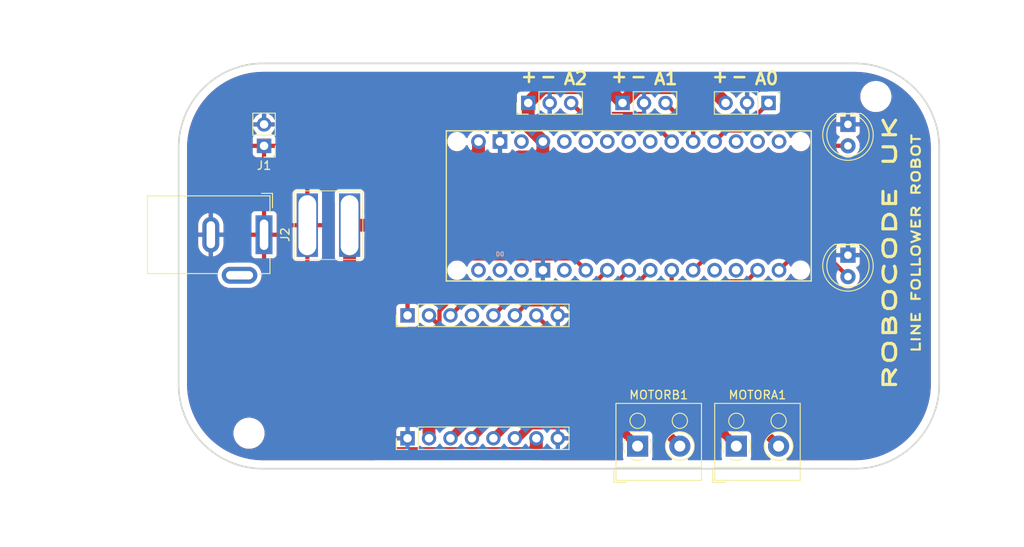
<source format=kicad_pcb>
(kicad_pcb (version 20221018) (generator pcbnew)
  (layers (0 "F.Cu" signal) (31 "B.Cu" signal) (34 "B.Paste" user) (35 "F.Paste" user) (36 "B.SilkS" user "B.Silkscreen") (37 "F.SilkS" user "F.Silkscreen") (38 "B.Mask" user) (39 "F.Mask" user) (44 "Edge.Cuts" user))
  (net 0 "")
  (net 1 "GND")
  (net 2 "LED1")
  (net 3 "LED2")
  (net 4 "Vss")
  (net 5 "5V")
  (net 6 "A1")
  (net 7 "PWMA")
  (net 8 "AIN2")
  (net 9 "AIN1")
  (net 11 "BIN1")
  (net 12 "BIN2")
  (net 13 "PWMB")
  (net 14 "AO1")
  (net 15 "AO2")
  (net 16 "BO1")
  (net 17 "BO2")
  (net 18 "VIN")
  (net 19 "A0")
  (net 20 "A2")
  (footprint "TerminalBlock_RND:TerminalBlock_RND_205-00001_1x02_P5.00mm_Horizontal" (layer "F.Cu") (at 151.384 118.618)
    (fp_text reference "MOTORB1" (at 2.5 -6.06) (layer "F.SilkS"))
    (fp_text value "Screw_Terminal_01x02")
    (fp_line (start -2.8 2.56) (end -2.8 4.3) (stroke (width 0.12)) (layer "F.SilkS"))
    (fp_line (start -2.8 4.3) (end -1.3 4.3) (stroke (width 0.12)) (layer "F.SilkS"))
    (fp_line (start -2.56 -5.06) (end -2.56 4.06) (stroke (width 0.12)) (layer "F.SilkS"))
    (fp_line (start -2.56 -5.06) (end 7.56 -5.06) (stroke (width 0.12)) (layer "F.SilkS"))
    (fp_line (start -2.56 2.5) (end 7.56 2.5) (stroke (width 0.12)) (layer "F.SilkS"))
    (fp_line (start -2.56 4.06) (end 7.56 4.06) (stroke (width 0.12)) (layer "F.SilkS"))
    (fp_line (start 3.82 0.976) (end 3.726 1.069) (stroke (width 0.12)) (layer "F.SilkS"))
    (fp_line (start 3.99 1.216) (end 3.931 1.274) (stroke (width 0.12)) (layer "F.SilkS"))
    (fp_line (start 6.07 -1.275) (end 6.011 -1.216) (stroke (width 0.12)) (layer "F.SilkS"))
    (fp_line (start 6.275 -1.069) (end 6.181 -0.976) (stroke (width 0.12)) (layer "F.SilkS"))
    (fp_line (start 7.56 -5.06) (end 7.56 4.06) (stroke (width 0.12)) (layer "F.SilkS"))
    (fp_arc (start -1.483953 0.789089) (mid -1.680708 0.00005) (end -1.484 -0.789) (stroke (width 0.12)) (layer "F.SilkS"))
    (fp_arc (start -0.789089 -1.483953) (mid -0.00005 -1.680708) (end 0.789 -1.484) (stroke (width 0.12)) (layer "F.SilkS"))
    (fp_arc (start 0.029383 1.68045) (mid -0.392304 1.634281) (end -0.789 1.484) (stroke (width 0.12)) (layer "F.SilkS"))
    (fp_arc (start 0.788712 1.483352) (mid 0.406429 1.630097) (end 0 1.68) (stroke (width 0.12)) (layer "F.SilkS"))
    (fp_arc (start 1.483953 -0.789089) (mid 1.680708 -0.00005) (end 1.484 0.789) (stroke (width 0.12)) (layer "F.SilkS"))
    (fp_circle (center 0 -3) (end 0.9 -3) (stroke (width 0.12)) (fill none) (layer "F.SilkS"))
    (fp_circle (center 5 -3) (end 5.9 -3) (stroke (width 0.12)) (fill none) (layer "F.SilkS"))
    (fp_circle (center 5 0) (end 6.68 0) (stroke (width 0.12)) (fill none) (layer "F.SilkS"))
    (pad "1" thru_hole rect (at 0 0) (size 2.5 2.5) (drill 1.3) (layers "*.Cu" "*.Mask") (net 17 "BO2"))
    (pad "2" thru_hole circle (at 5 0) (size 2.5 2.5) (drill 1.3) (layers "*.Cu" "*.Mask") (net 16 "BO1"))
  )
  (footprint "Connector_PinHeader_2.54mm:PinHeader_1x03_P2.54mm_Vertical" (layer "F.Cu") (at 166.878 77.978 -90)
    (fp_text reference "J6" hide)
    (fp_text value "Sharp")
    (fp_line (start -1.33 -1.33) (end 0 -1.33) (stroke (width 0.12)) (layer "F.SilkS"))
    (fp_line (start -1.33 0) (end -1.33 -1.33) (stroke (width 0.12)) (layer "F.SilkS"))
    (fp_line (start -1.33 1.27) (end -1.33 6.41) (stroke (width 0.12)) (layer "F.SilkS"))
    (fp_line (start -1.33 1.27) (end 1.33 1.27) (stroke (width 0.12)) (layer "F.SilkS"))
    (fp_line (start -1.33 6.41) (end 1.33 6.41) (stroke (width 0.12)) (layer "F.SilkS"))
    (fp_line (start 1.33 1.27) (end 1.33 6.41) (stroke (width 0.12)) (layer "F.SilkS"))
    (pad "1" thru_hole rect (at 0 0 270) (size 1.7 1.7) (drill 1) (layers "*.Cu" "*.Mask") (net 19 "A0"))
    (pad "2" thru_hole oval (at 0 2.54 270) (size 1.7 1.7) (drill 1) (layers "*.Cu" "*.Mask") (net 1 "GND"))
    (pad "3" thru_hole oval (at 0 5.08 270) (size 1.7 1.7) (drill 1) (layers "*.Cu" "*.Mask") (net 5 "5V"))
  )
  (footprint "Connector_PinHeader_2.54mm:PinHeader_1x08_P2.54mm_Vertical" (layer "F.Cu") (at 124.166 117.688 90)
    (fp_text reference "J5" hide)
    (fp_text value "Conn_01x08_Socket")
    (fp_line (start -1.33 -1.33) (end 0 -1.33) (stroke (width 0.12)) (layer "F.SilkS"))
    (fp_line (start -1.33 0) (end -1.33 -1.33) (stroke (width 0.12)) (layer "F.SilkS"))
    (fp_line (start -1.33 1.27) (end -1.33 19.11) (stroke (width 0.12)) (layer "F.SilkS"))
    (fp_line (start -1.33 1.27) (end 1.33 1.27) (stroke (width 0.12)) (layer "F.SilkS"))
    (fp_line (start -1.33 19.11) (end 1.33 19.11) (stroke (width 0.12)) (layer "F.SilkS"))
    (fp_line (start 1.33 1.27) (end 1.33 19.11) (stroke (width 0.12)) (layer "F.SilkS"))
    (pad "1" thru_hole rect (at 0 0 90) (size 1.7 1.7) (drill 1) (layers "*.Cu" "*.Mask") (net 1 "GND"))
    (pad "2" thru_hole oval (at 0 2.54 90) (size 1.7 1.7) (drill 1) (layers "*.Cu" "*.Mask") (net 5 "5V"))
    (pad "3" thru_hole oval (at 0 5.08 90) (size 1.7 1.7) (drill 1) (layers "*.Cu" "*.Mask") (net 14 "AO1"))
    (pad "4" thru_hole oval (at 0 7.62 90) (size 1.7 1.7) (drill 1) (layers "*.Cu" "*.Mask") (net 15 "AO2"))
    (pad "5" thru_hole oval (at 0 10.16 90) (size 1.7 1.7) (drill 1) (layers "*.Cu" "*.Mask") (net 16 "BO1"))
    (pad "6" thru_hole oval (at 0 12.7 90) (size 1.7 1.7) (drill 1) (layers "*.Cu" "*.Mask") (net 17 "BO2"))
    (pad "7" thru_hole oval (at 0 15.24 90) (size 1.7 1.7) (drill 1) (layers "*.Cu" "*.Mask") (net 18 "VIN"))
    (pad "8" thru_hole oval (at 0 17.78 90) (size 1.7 1.7) (drill 1) (layers "*.Cu" "*.Mask") (net 1 "GND"))
  )
  (footprint "Rocker_Switch:Rocker_Switch" (layer "F.Cu") (at 114.808 92.456)
    (fp_text reference "SW1" hide)
    (fp_text value "SW_DIP_x01")
    (fp_rect (start -4.064 -4.064) (end 4.064 4.064) (stroke (width 0.1)) (fill none) (layer "F.SilkS"))
    (pad "1" thru_hole rect (at -2.5 0) (size 2.5 7.5) (drill oval 2.1 7.1) (layers "*.Cu" "*.Mask") (net 4 "Vss"))
    (pad "2" thru_hole rect (at 2.5 0) (size 2.5 7.5) (drill oval 2.1 7.1) (layers "*.Cu" "*.Mask") (net 18 "VIN"))
  )
  (footprint "" (layer "F.Cu") (at 179.578 77.216)
    (fp_text reference "" (at 0 0) (layer "F.SilkS") (effects (font (size 1.27 1.27))))
    (fp_text value "" (at 0 0) (layer "F.SilkS") (effects (font (size 1.27 1.27))))
    (pad "" np_thru_hole circle (at 0 0) (size 3.2 3.2) (drill 3.2) (layers "F&B.Cu" "*.Mask"))
  )
  (footprint "Connector_PinHeader_2.54mm:PinHeader_1x03_P2.54mm_Vertical" (layer "F.Cu") (at 149.606 77.978 90)
    (fp_text reference "J3" hide)
    (fp_text value "Sharp")
    (fp_line (start -1.33 -1.33) (end 0 -1.33) (stroke (width 0.12)) (layer "F.SilkS"))
    (fp_line (start -1.33 0) (end -1.33 -1.33) (stroke (width 0.12)) (layer "F.SilkS"))
    (fp_line (start -1.33 1.27) (end -1.33 6.41) (stroke (width 0.12)) (layer "F.SilkS"))
    (fp_line (start -1.33 1.27) (end 1.33 1.27) (stroke (width 0.12)) (layer "F.SilkS"))
    (fp_line (start -1.33 6.41) (end 1.33 6.41) (stroke (width 0.12)) (layer "F.SilkS"))
    (fp_line (start 1.33 1.27) (end 1.33 6.41) (stroke (width 0.12)) (layer "F.SilkS"))
    (pad "1" thru_hole rect (at 0 0 90) (size 1.7 1.7) (drill 1) (layers "*.Cu" "*.Mask") (net 5 "5V"))
    (pad "2" thru_hole oval (at 0 2.54 90) (size 1.7 1.7) (drill 1) (layers "*.Cu" "*.Mask") (net 1 "GND"))
    (pad "3" thru_hole oval (at 0 5.08 90) (size 1.7 1.7) (drill 1) (layers "*.Cu" "*.Mask") (net 6 "A1"))
  )
  (footprint "LED_THT:LED_D5.0mm" (layer "F.Cu") (at 176.276 80.513 -90)
    (fp_text reference "D7" hide)
    (fp_text value "LED")
    (fp_line (start -1.29 -1.545) (end -1.29 1.545) (stroke (width 0.12)) (layer "F.SilkS"))
    (fp_arc (start -1.29 -1.54483) (mid 2.072002 -2.880433) (end 4.26 0.000462) (stroke (width 0.12)) (layer "F.SilkS"))
    (fp_arc (start 4.26 -0.000462) (mid 2.072002 2.880433) (end -1.29 1.54483) (stroke (width 0.12)) (layer "F.SilkS"))
    (fp_circle (center 1.27 0) (end 3.77 0) (stroke (width 0.12)) (fill none) (layer "F.SilkS"))
    (pad "1" thru_hole rect (at 0 0 270) (size 1.8 1.8) (drill 0.9) (layers "*.Cu" "*.Mask") (net 1 "GND"))
    (pad "2" thru_hole circle (at 2.54 0 270) (size 1.8 1.8) (drill 0.9) (layers "*.Cu" "*.Mask") (net 2 "LED1"))
  )
  (footprint "Connector_BarrelJack:BarrelJack_GCT_DCJ200-10-A_Horizontal" (layer "F.Cu") (at 107.188 93.584 -90)
    (fp_text reference "J2" (at 0 -2.5 90) (layer "F.SilkS"))
    (fp_text value "Barrel_Jack_MountingPin")
    (fp_line (start -4.9 -1) (end -4.9 0.3) (stroke (width 0.12)) (layer "F.SilkS"))
    (fp_line (start -4.6 -0.7) (end -2.6 -0.7) (stroke (width 0.12)) (layer "F.SilkS"))
    (fp_line (start -4.6 13.8) (end -4.6 -0.7) (stroke (width 0.12)) (layer "F.SilkS"))
    (fp_line (start -3.2 -1) (end -4.9 -1) (stroke (width 0.12)) (layer "F.SilkS"))
    (fp_line (start 2.6 -0.7) (end 4.6 -0.7) (stroke (width 0.12)) (layer "F.SilkS"))
    (fp_line (start 4.6 -0.7) (end 4.6 0.6) (stroke (width 0.12)) (layer "F.SilkS"))
    (fp_line (start 4.6 5.2) (end 4.6 13.8) (stroke (width 0.12)) (layer "F.SilkS"))
    (fp_line (start 4.6 13.8) (end -4.6 13.8) (stroke (width 0.12)) (layer "F.SilkS"))
    (pad "1" thru_hole rect (at 0 0 270) (size 4.6 2) (drill oval 3.6 1) (layers "*.Cu" "*.Mask") (net 4 "Vss"))
    (pad "2" thru_hole oval (at 0 6.3 270) (size 4.2 2) (drill oval 3.2 1) (layers "*.Cu" "*.Mask") (net 1 "GND"))
    (pad "3" thru_hole oval (at 4.8 2.9 270) (size 2 4.2) (drill oval 1 3.2) (layers "*.Cu" "*.Mask"))
  )
  (footprint "Connector_PinHeader_2.54mm:PinHeader_1x02_P2.54mm_Vertical" (layer "F.Cu") (at 107.188 83.058 180)
    (fp_text reference "J1" (at 0 -2.33) (layer "F.SilkS"))
    (fp_text value "Conn_01x02_Pin")
    (fp_line (start -1.33 -1.33) (end 0 -1.33) (stroke (width 0.12)) (layer "F.SilkS"))
    (fp_line (start -1.33 0) (end -1.33 -1.33) (stroke (width 0.12)) (layer "F.SilkS"))
    (fp_line (start -1.33 1.27) (end -1.33 3.87) (stroke (width 0.12)) (layer "F.SilkS"))
    (fp_line (start -1.33 1.27) (end 1.33 1.27) (stroke (width 0.12)) (layer "F.SilkS"))
    (fp_line (start -1.33 3.87) (end 1.33 3.87) (stroke (width 0.12)) (layer "F.SilkS"))
    (fp_line (start 1.33 1.27) (end 1.33 3.87) (stroke (width 0.12)) (layer "F.SilkS"))
    (pad "1" thru_hole rect (at 0 0 180) (size 1.7 1.7) (drill 1) (layers "*.Cu" "*.Mask") (net 4 "Vss"))
    (pad "2" thru_hole oval (at 0 2.54 180) (size 1.7 1.7) (drill 1) (layers "*.Cu" "*.Mask") (net 1 "GND"))
  )
  (footprint "Connector_PinHeader_2.54mm:PinHeader_1x08_P2.54mm_Vertical" (layer "F.Cu") (at 124.166 103.132 90)
    (fp_text reference "J4" hide)
    (fp_text value "Conn_01x08_Socket")
    (fp_line (start -1.33 -1.33) (end 0 -1.33) (stroke (width 0.12)) (layer "F.SilkS"))
    (fp_line (start -1.33 0) (end -1.33 -1.33) (stroke (width 0.12)) (layer "F.SilkS"))
    (fp_line (start -1.33 1.27) (end -1.33 19.11) (stroke (width 0.12)) (layer "F.SilkS"))
    (fp_line (start -1.33 1.27) (end 1.33 1.27) (stroke (width 0.12)) (layer "F.SilkS"))
    (fp_line (start -1.33 19.11) (end 1.33 19.11) (stroke (width 0.12)) (layer "F.SilkS"))
    (fp_line (start 1.33 1.27) (end 1.33 19.11) (stroke (width 0.12)) (layer "F.SilkS"))
    (pad "1" thru_hole rect (at 0 0 90) (size 1.7 1.7) (drill 1) (layers "*.Cu" "*.Mask") (net 7 "PWMA"))
    (pad "2" thru_hole oval (at 0 2.54 90) (size 1.7 1.7) (drill 1) (layers "*.Cu" "*.Mask") (net 8 "AIN2"))
    (pad "3" thru_hole oval (at 0 5.08 90) (size 1.7 1.7) (drill 1) (layers "*.Cu" "*.Mask") (net 9 "AIN1"))
    (pad "4" thru_hole oval (at 0 7.62 90) (size 1.7 1.7) (drill 1) (layers "*.Cu" "*.Mask"))
    (pad "5" thru_hole oval (at 0 10.16 90) (size 1.7 1.7) (drill 1) (layers "*.Cu" "*.Mask") (net 11 "BIN1"))
    (pad "6" thru_hole oval (at 0 12.7 90) (size 1.7 1.7) (drill 1) (layers "*.Cu" "*.Mask") (net 12 "BIN2"))
    (pad "7" thru_hole oval (at 0 15.24 90) (size 1.7 1.7) (drill 1) (layers "*.Cu" "*.Mask") (net 13 "PWMB"))
    (pad "8" thru_hole oval (at 0 17.78 90) (size 1.7 1.7) (drill 1) (layers "*.Cu" "*.Mask") (net 1 "GND"))
  )
  (footprint "LOGO" (layer "F.Cu") (at 108.712 107.442)
    (fp_text reference "G***" hide)
    (fp_text value "LOGO" hide)
  )
  (footprint "Connector_PinHeader_2.54mm:PinHeader_1x03_P2.54mm_Vertical" (layer "F.Cu") (at 138.445 77.978 90)
    (fp_text reference "J7" hide)
    (fp_text value "Sharp")
    (fp_line (start -1.33 -1.33) (end 0 -1.33) (stroke (width 0.12)) (layer "F.SilkS"))
    (fp_line (start -1.33 0) (end -1.33 -1.33) (stroke (width 0.12)) (layer "F.SilkS"))
    (fp_line (start -1.33 1.27) (end -1.33 6.41) (stroke (width 0.12)) (layer "F.SilkS"))
    (fp_line (start -1.33 1.27) (end 1.33 1.27) (stroke (width 0.12)) (layer "F.SilkS"))
    (fp_line (start -1.33 6.41) (end 1.33 6.41) (stroke (width 0.12)) (layer "F.SilkS"))
    (fp_line (start 1.33 1.27) (end 1.33 6.41) (stroke (width 0.12)) (layer "F.SilkS"))
    (pad "1" thru_hole rect (at 0 0 90) (size 1.7 1.7) (drill 1) (layers "*.Cu" "*.Mask") (net 5 "5V"))
    (pad "2" thru_hole oval (at 0 2.54 90) (size 1.7 1.7) (drill 1) (layers "*.Cu" "*.Mask") (net 1 "GND"))
    (pad "3" thru_hole oval (at 0 5.08 90) (size 1.7 1.7) (drill 1) (layers "*.Cu" "*.Mask") (net 20 "A2"))
  )
  (footprint "TerminalBlock_RND:TerminalBlock_RND_205-00001_1x02_P5.00mm_Horizontal" (layer "F.Cu") (at 163.068 118.618)
    (fp_text reference "MOTORA1" (at 2.5 -6.06) (layer "F.SilkS"))
    (fp_text value "Screw_Terminal_01x02")
    (fp_line (start -2.8 2.56) (end -2.8 4.3) (stroke (width 0.12)) (layer "F.SilkS"))
    (fp_line (start -2.8 4.3) (end -1.3 4.3) (stroke (width 0.12)) (layer "F.SilkS"))
    (fp_line (start -2.56 -5.06) (end -2.56 4.06) (stroke (width 0.12)) (layer "F.SilkS"))
    (fp_line (start -2.56 -5.06) (end 7.56 -5.06) (stroke (width 0.12)) (layer "F.SilkS"))
    (fp_line (start -2.56 2.5) (end 7.56 2.5) (stroke (width 0.12)) (layer "F.SilkS"))
    (fp_line (start -2.56 4.06) (end 7.56 4.06) (stroke (width 0.12)) (layer "F.SilkS"))
    (fp_line (start 3.82 0.976) (end 3.726 1.069) (stroke (width 0.12)) (layer "F.SilkS"))
    (fp_line (start 3.99 1.216) (end 3.931 1.274) (stroke (width 0.12)) (layer "F.SilkS"))
    (fp_line (start 6.07 -1.275) (end 6.011 -1.216) (stroke (width 0.12)) (layer "F.SilkS"))
    (fp_line (start 6.275 -1.069) (end 6.181 -0.976) (stroke (width 0.12)) (layer "F.SilkS"))
    (fp_line (start 7.56 -5.06) (end 7.56 4.06) (stroke (width 0.12)) (layer "F.SilkS"))
    (fp_arc (start -1.483953 0.789089) (mid -1.680708 0.00005) (end -1.484 -0.789) (stroke (width 0.12)) (layer "F.SilkS"))
    (fp_arc (start -0.789089 -1.483953) (mid -0.00005 -1.680708) (end 0.789 -1.484) (stroke (width 0.12)) (layer "F.SilkS"))
    (fp_arc (start 0.029383 1.68045) (mid -0.392304 1.634281) (end -0.789 1.484) (stroke (width 0.12)) (layer "F.SilkS"))
    (fp_arc (start 0.788712 1.483352) (mid 0.406429 1.630097) (end 0 1.68) (stroke (width 0.12)) (layer "F.SilkS"))
    (fp_arc (start 1.483953 -0.789089) (mid 1.680708 -0.00005) (end 1.484 0.789) (stroke (width 0.12)) (layer "F.SilkS"))
    (fp_circle (center 0 -3) (end 0.9 -3) (stroke (width 0.12)) (fill none) (layer "F.SilkS"))
    (fp_circle (center 5 -3) (end 5.9 -3) (stroke (width 0.12)) (fill none) (layer "F.SilkS"))
    (fp_circle (center 5 0) (end 6.68 0) (stroke (width 0.12)) (fill none) (layer "F.SilkS"))
    (pad "1" thru_hole rect (at 0 0) (size 2.5 2.5) (drill 1.3) (layers "*.Cu" "*.Mask") (net 15 "AO2"))
    (pad "2" thru_hole circle (at 5 0) (size 2.5 2.5) (drill 1.3) (layers "*.Cu" "*.Mask") (net 14 "AO1"))
  )
  (footprint "LED_THT:LED_D5.0mm" (layer "F.Cu") (at 176.276 96.007 -90)
    (fp_text reference "D8" hide)
    (fp_text value "LED")
    (fp_line (start -1.29 -1.545) (end -1.29 1.545) (stroke (width 0.12)) (layer "F.SilkS"))
    (fp_arc (start -1.29 -1.54483) (mid 2.072002 -2.880433) (end 4.26 0.000462) (stroke (width 0.12)) (layer "F.SilkS"))
    (fp_arc (start 4.26 -0.000462) (mid 2.072002 2.880433) (end -1.29 1.54483) (stroke (width 0.12)) (layer "F.SilkS"))
    (fp_circle (center 1.27 0) (end 3.77 0) (stroke (width 0.12)) (fill none) (layer "F.SilkS"))
    (pad "1" thru_hole rect (at 0 0 270) (size 1.8 1.8) (drill 0.9) (layers "*.Cu" "*.Mask") (net 1 "GND"))
    (pad "2" thru_hole circle (at 2.54 0 270) (size 1.8 1.8) (drill 0.9) (layers "*.Cu" "*.Mask") (net 3 "LED2"))
  )
  (footprint "" (layer "F.Cu") (at 105.41 117.094)
    (fp_text reference "" (at 0 0) (layer "F.SilkS") (effects (font (size 1.27 1.27))))
    (fp_text value "" (at 0 0) (layer "F.SilkS") (effects (font (size 1.27 1.27))))
    (pad "" np_thru_hole circle (at 0 0) (size 3.2 3.2) (drill 3.2) (layers "F&B.Cu" "*.Mask"))
  )
  (footprint "PCM_arduino-library:Arduino_Nano_Socket" (layer "F.Cu") (at 171.9305 90.17 90)
    (fp_text reference "XA1" hide)
    (fp_text value "Arduino_Nano_Socket")
    (fp_text user "D0" (at -5.715 -36.83 unlocked) (layer "B.SilkS") (effects (font (size 0.5 0.5) (thickness 0.075)) (justify mirror)))
    (fp_text user "D0" (at -5.715 -36.83 unlocked) (layer "F.SilkS") (effects (font (size 0.5 0.5) (thickness 0.075))))
    (fp_line (start -8.89 -43.18) (end -8.89 0) (stroke (width 0.15)) (layer "F.SilkS"))
    (fp_line (start -8.89 -43.18) (end 8.89 -43.18) (stroke (width 0.15)) (layer "F.SilkS"))
    (fp_line (start -8.89 0) (end 8.89 0) (stroke (width 0.15)) (layer "F.SilkS"))
    (fp_line (start 8.89 -43.18) (end 8.89 0) (stroke (width 0.15)) (layer "F.SilkS"))
    (pad "" np_thru_hole circle (at -7.62 -41.91 90) (size 1.8 1.8) (drill 1.8) (layers "F&B.Cu" "*.Mask"))
    (pad "" np_thru_hole circle (at -7.62 -1.27 90) (size 1.8 1.8) (drill 1.8) (layers "F&B.Cu" "*.Mask"))
    (pad "" np_thru_hole circle (at 7.62 -41.91 90) (size 1.8 1.8) (drill 1.8) (layers "F&B.Cu" "*.Mask"))
    (pad "" np_thru_hole circle (at 7.62 -1.27 90) (size 1.8 1.8) (drill 1.8) (layers "F&B.Cu" "*.Mask"))
    (pad "3V3" thru_hole circle (at 7.62 -6.35 90) (size 1.7272 1.7272) (drill 1.016) (layers "*.Cu" "*.Mask"))
    (pad "5V" thru_hole circle (at 7.62 -31.75 90) (size 1.7272 1.7272) (drill 1.016) (layers "*.Cu" "*.Mask") (net 5 "5V"))
    (pad "A0" thru_hole circle (at 7.62 -11.43 90) (size 1.7272 1.7272) (drill 1.016) (layers "*.Cu" "*.Mask") (net 19 "A0"))
    (pad "A1" thru_hole circle (at 7.62 -13.97 90) (size 1.7272 1.7272) (drill 1.016) (layers "*.Cu" "*.Mask") (net 6 "A1"))
    (pad "A2" thru_hole circle (at 7.62 -16.51 90) (size 1.7272 1.7272) (drill 1.016) (layers "*.Cu" "*.Mask") (net 20 "A2"))
    (pad "A3" thru_hole circle (at 7.62 -19.05 90) (size 1.7272 1.7272) (drill 1.016) (layers "*.Cu" "*.Mask"))
    (pad "A4" thru_hole circle (at 7.62 -21.59 90) (size 1.7272 1.7272) (drill 1.016) (layers "*.Cu" "*.Mask"))
    (pad "A5" thru_hole circle (at 7.62 -24.13 90) (size 1.7272 1.7272) (drill 1.016) (layers "*.Cu" "*.Mask"))
    (pad "A6" thru_hole circle (at 7.62 -26.67 90) (size 1.7272 1.7272) (drill 1.016) (layers "*.Cu" "*.Mask"))
    (pad "A7" thru_hole circle (at 7.62 -29.21 90) (size 1.7272 1.7272) (drill 1.016) (layers "*.Cu" "*.Mask"))
    (pad "AREF" thru_hole circle (at 7.62 -8.89 90) (size 1.7272 1.7272) (drill 1.016) (layers "*.Cu" "*.Mask"))
    (pad "D0" thru_hole circle (at -7.62 -36.83 90) (size 1.7272 1.7272) (drill 1.016) (layers "*.Cu" "*.Mask"))
    (pad "D1" thru_hole circle (at -7.62 -39.37 90) (size 1.7272 1.7272) (drill 1.016) (layers "*.Cu" "*.Mask"))
    (pad "D2" thru_hole circle (at -7.62 -29.21 90) (size 1.7272 1.7272) (drill 1.016) (layers "*.Cu" "*.Mask"))
    (pad "D3" thru_hole circle (at -7.62 -26.67 90) (size 1.7272 1.7272) (drill 1.016) (layers "*.Cu" "*.Mask") (net 7 "PWMA"))
    (pad "D4" thru_hole circle (at -7.62 -24.13 90) (size 1.7272 1.7272) (drill 1.016) (layers "*.Cu" "*.Mask") (net 8 "AIN2"))
    (pad "D5" thru_hole circle (at -7.62 -21.59 90) (size 1.7272 1.7272) (drill 1.016) (layers "*.Cu" "*.Mask") (net 9 "AIN1"))
    (pad "D6" thru_hole circle (at -7.62 -19.05 90) (size 1.7272 1.7272) (drill 1.016) (layers "*.Cu" "*.Mask") (net 11 "BIN1"))
    (pad "D7" thru_hole circle (at -7.62 -16.51 90) (size 1.7272 1.7272) (drill 1.016) (layers "*.Cu" "*.Mask") (net 12 "BIN2"))
    (pad "D8" thru_hole circle (at -7.62 -13.97 90) (size 1.7272 1.7272) (drill 1.016) (layers "*.Cu" "*.Mask") (net 2 "LED1"))
    (pad "D9" thru_hole circle (at -7.62 -11.43 90) (size 1.7272 1.7272) (drill 1.016) (layers "*.Cu" "*.Mask"))
    (pad "D10" thru_hole circle (at -7.62 -8.89 90) (size 1.7272 1.7272) (drill 1.016) (layers "*.Cu" "*.Mask"))
    (pad "D11" thru_hole circle (at -7.62 -6.35 90) (size 1.7272 1.7272) (drill 1.016) (layers "*.Cu" "*.Mask") (net 13 "PWMB"))
    (pad "D12" thru_hole circle (at -7.62 -3.81 90) (size 1.7272 1.7272) (drill 1.016) (layers "*.Cu" "*.Mask") (net 3 "LED2"))
    (pad "D13" thru_hole circle (at 7.62 -3.81 90) (size 1.7272 1.7272) (drill 1.016) (layers "*.Cu" "*.Mask"))
    (pad "GND1" thru_hole rect (at -7.62 -31.75 90) (size 1.7272 1.7272) (drill 1.016) (layers "*.Cu" "*.Mask") (net 1 "GND"))
    (pad "GND2" thru_hole rect (at 7.62 -36.83 90) (size 1.7272 1.7272) (drill 1.016) (layers "*.Cu" "*.Mask") (net 1 "GND"))
    (pad "RST1" thru_hole circle (at -7.62 -34.29 90) (size 1.7272 1.7272) (drill 1.016) (layers "*.Cu" "*.Mask"))
    (pad "RST2" thru_hole circle (at 7.62 -34.29 90) (size 1.7272 1.7272) (drill 1.016) (layers "*.Cu" "*.Mask"))
    (pad "VIN" thru_hole circle (at 7.62 -39.37 90) (size 1.7272 1.7272) (drill 1.016) (layers "*.Cu" "*.Mask") (net 18 "VIN"))
  )
  (gr_arc (start 107.078932 121.292932) (mid 100.007864 118.364) (end 97.078932 111.292932) (stroke (width 0.2)) (layer "Edge.Cuts"))
  (gr_arc (start 177.078932 73.292932) (mid 184.15 76.221864) (end 187.078932 83.292932) (stroke (width 0.2)) (layer "Edge.Cuts"))
  (gr_line (start 107.078932 121.292932) (end 177.078932 121.292932) (stroke (width 0.2)) (layer "Edge.Cuts"))
  (gr_line (start 187.078932 111.292932) (end 187.078932 83.292932) (stroke (width 0.2)) (layer "Edge.Cuts"))
  (gr_line (start 177.078932 73.292932) (end 107.078932 73.292932) (stroke (width 0.2)) (layer "Edge.Cuts"))
  (gr_line (start 97.078932 83.292932) (end 97.078932 111.292932) (stroke (width 0.2)) (layer "Edge.Cuts"))
  (gr_arc (start 187.078932 111.292932) (mid 184.15 118.364) (end 177.078932 121.292932) (stroke (width 0.2)) (layer "Edge.Cuts"))
  (gr_arc (start 97.078932 83.292932) (mid 100.007864 76.221864) (end 107.078932 73.292932) (stroke (width 0.2)) (layer "Edge.Cuts"))
  (gr_text "-\n" (at 150.368 75.692) (layer "F.SilkS") (effects (font (size 1.5 1.5) (thickness 0.3) bold) (justify left bottom)))
  (gr_text "A0\n" (at 165.1 75.946) (layer "F.SilkS") (effects (font (size 1.5 1.5) (thickness 0.3) bold) (justify left bottom)))
  (gr_text "ROBOCODE UK" (at 182.118 112.273677 90) (layer "F.SilkS") (effects (font (size 1.5 3) (thickness 0.375) bold) (justify left bottom)))
  (gr_text "+" (at 160.02 75.692) (layer "F.SilkS") (effects (font (size 1.5 1.5) (thickness 0.3) bold) (justify left bottom)))
  (gr_text "-\n" (at 139.7 75.692) (layer "F.SilkS") (effects (font (size 1.5 1.5) (thickness 0.3) bold) (justify left bottom)))
  (gr_text "+" (at 148.082 75.692) (layer "F.SilkS") (effects (font (size 1.5 1.5) (thickness 0.3) bold) (justify left bottom)))
  (gr_text "-\n" (at 162.306 75.692) (layer "F.SilkS") (effects (font (size 1.5 1.5) (thickness 0.3) bold) (justify left bottom)))
  (gr_text "+" (at 137.414 75.692) (layer "F.SilkS") (effects (font (size 1.5 1.5) (thickness 0.3) bold) (justify left bottom)))
  (gr_text "A2\n" (at 142.494 75.946) (layer "F.SilkS") (effects (font (size 1.5 1.5) (thickness 0.3) bold) (justify left bottom)))
  (gr_text "A1\n" (at 153.162 75.946) (layer "F.SilkS") (effects (font (size 1.5 1.5) (thickness 0.3) bold) (justify left bottom)))
  (gr_text "LINE FOLLOWER ROBOT\n" (at 184.912 107.696 90) (layer "F.SilkS") (effects (font (size 1 1.5) (thickness 0.25) bold) (justify left bottom)))
  (segment (start 157.9605 97.79) (end 172.6975 83.053) (width 0.508) (layer "F.Cu") (net 2))
  (segment (start 172.6975 83.053) (end 176.276 83.053) (width 0.508) (layer "F.Cu") (net 2))
  (segment (start 168.1205 97.79) (end 169.6445 96.266) (width 0.508) (layer "F.Cu") (net 3))
  (segment (start 173.995 96.266) (end 176.276 98.547) (width 0.508) (layer "F.Cu") (net 3))
  (segment (start 169.6445 96.266) (end 173.995 96.266) (width 0.508) (layer "F.Cu") (net 3))
  (segment (start 126.706 117.688) (end 126.706 114.768) (width 1.524) (layer "F.Cu") (net 5))
  (segment (start 120.904 108.966) (end 120.904 100.838) (width 1.524) (layer "F.Cu") (net 5))
  (segment (start 140.1805 83.771314) (end 140.1805 82.55) (width 1.524) (layer "F.Cu") (net 5))
  (segment (start 140.234445 76.166) (end 138.445 77.955445) (width 1.524) (layer "F.Cu") (net 5))
  (segment (start 138.445 80.772711) (end 138.445 77.978) (width 1.524) (layer "F.Cu") (net 5))
  (segment (start 137.3664 84.3756) (end 139.576214 84.3756) (width 1.524) (layer "F.Cu") (net 5))
  (segment (start 161.798 77.978) (end 159.986 76.166) (width 1.524) (layer "F.Cu") (net 5))
  (segment (start 140.1805 82.508211) (end 138.445 80.772711) (width 1.524) (layer "F.Cu") (net 5))
  (segment (start 126.706 114.768) (end 120.904 108.966) (width 1.524) (layer "F.Cu") (net 5))
  (segment (start 138.445 77.955445) (end 138.445 77.978) (width 1.524) (layer "F.Cu") (net 5))
  (segment (start 140.1805 82.55) (end 140.1805 82.508211) (width 1.524) (layer "F.Cu") (net 5))
  (segment (start 120.904 100.838) (end 137.3664 84.3756) (width 1.524) (layer "F.Cu") (net 5))
  (segment (start 147.794 76.166) (end 140.234445 76.166) (width 1.524) (layer "F.Cu") (net 5))
  (segment (start 159.986 76.166) (end 151.395445 76.166) (width 1.524) (layer "F.Cu") (net 5))
  (segment (start 151.395445 76.166) (end 149.606 77.955445) (width 1.524) (layer "F.Cu") (net 5))
  (segment (start 149.606 77.978) (end 147.794 76.166) (width 1.524) (layer "F.Cu") (net 5))
  (segment (start 139.576214 84.3756) (end 140.1805 83.771314) (width 1.524) (layer "F.Cu") (net 5))
  (segment (start 149.606 77.955445) (end 149.606 77.978) (width 1.524) (layer "F.Cu") (net 5))
  (segment (start 157.9605 82.55) (end 157.9605 81.2525) (width 0.508) (layer "F.Cu") (net 6))
  (segment (start 157.9605 81.2525) (end 154.686 77.978) (width 0.508) (layer "F.Cu") (net 6))
  (segment (start 124.166 101.658944) (end 129.438944 96.386) (width 0.508) (layer "F.Cu") (net 7))
  (segment (start 143.8565 96.386) (end 145.2605 97.79) (width 0.508) (layer "F.Cu") (net 7))
  (segment (start 129.438944 96.386) (end 143.8565 96.386) (width 0.508) (layer "F.Cu") (net 7))
  (segment (start 124.166 103.132) (end 124.166 101.658944) (width 0.508) (layer "F.Cu") (net 7))
  (segment (start 127.942 104.368) (end 127.942 102.591865) (width 0.508) (layer "F.Cu") (net 8))
  (segment (start 130.911865 99.622) (end 145.9685 99.622) (width 0.508) (layer "F.Cu") (net 8))
  (segment (start 126.706 103.132) (end 127.942 104.368) (width 0.508) (layer "F.Cu") (net 8))
  (segment (start 127.942 102.591865) (end 130.911865 99.622) (width 0.508) (layer "F.Cu") (net 8))
  (segment (start 145.9685 99.622) (end 147.8005 97.79) (width 0.508) (layer "F.Cu") (net 8))
  (segment (start 129.246 103.132) (end 132.048 100.33) (width 0.508) (layer "F.Cu") (net 9))
  (segment (start 148.336 100.33) (end 148.336 99.7945) (width 0.508) (layer "F.Cu") (net 9))
  (segment (start 148.336 99.7945) (end 150.3405 97.79) (width 0.508) (layer "F.Cu") (net 9))
  (segment (start 132.048 100.33) (end 148.336 100.33) (width 0.508) (layer "F.Cu") (net 9))
  (segment (start 150.368 100.3025) (end 152.8805 97.79) (width 0.508) (layer "F.Cu") (net 11))
  (segment (start 150.368 101.092) (end 150.368 100.3025) (width 0.508) (layer "F.Cu") (net 11))
  (segment (start 134.326 103.132) (end 136.366 101.092) (width 0.508) (layer "F.Cu") (net 11))
  (segment (start 136.366 101.092) (end 150.368 101.092) (width 0.508) (layer "F.Cu") (net 11))
  (segment (start 155.4205 99.0875) (end 155.4205 97.79) (width 0.508) (layer "F.Cu") (net 12))
  (segment (start 152.654 101.854) (end 155.4205 99.0875) (width 0.508) (layer "F.Cu") (net 12))
  (segment (start 152.628 101.828) (end 152.654 101.854) (width 0.508) (layer "F.Cu") (net 12))
  (segment (start 138.17 101.828) (end 152.628 101.828) (width 0.508) (layer "F.Cu") (net 12))
  (segment (start 136.866 103.132) (end 138.17 101.828) (width 0.508) (layer "F.Cu") (net 12))
  (segment (start 164.2629 99.1076) (end 165.5805 97.79) (width 0.508) (layer "F.Cu") (net 13))
  (segment (start 161.4964 99.1076) (end 164.2629 99.1076) (width 0.508) (layer "F.Cu") (net 13))
  (segment (start 155.956 104.648) (end 161.4964 99.1076) (width 0.508) (layer "F.Cu") (net 13))
  (segment (start 139.406 103.132) (end 140.922 104.648) (width 0.508) (layer "F.Cu") (net 13))
  (segment (start 140.922 104.648) (end 155.956 104.648) (width 0.508) (layer "F.Cu") (net 13))
  (segment (start 135.574 111.36) (end 160.81 111.36) (width 1.016) (layer "F.Cu") (net 14))
  (segment (start 129.246 117.688) (end 135.574 111.36) (width 1.016) (layer "F.Cu") (net 14))
  (segment (start 160.81 111.36) (end 168.068 118.618) (width 1.016) (layer "F.Cu") (net 14))
  (segment (start 131.786 117.688) (end 136.898 112.576) (width 1.016) (layer "F.Cu") (net 15))
  (segment (start 157.026 112.576) (end 163.068 118.618) (width 1.016) (layer "F.Cu") (net 15))
  (segment (start 136.898 112.576) (end 157.026 112.576) (width 1.016) (layer "F.Cu") (net 15))
  (segment (start 138.222 113.792) (end 151.638 113.792) (width 1.016) (layer "F.Cu") (net 16))
  (segment (start 151.638 113.792) (end 151.638 113.872) (width 1.016) (layer "F.Cu") (net 16))
  (segment (start 134.326 117.688) (end 138.222 113.792) (width 1.016) (layer "F.Cu") (net 16))
  (segment (start 151.638 113.872) (end 156.384 118.618) (width 1.016) (layer "F.Cu") (net 16))
  (segment (start 138.760655 116.13) (end 148.896 116.13) (width 1.016) (layer "F.Cu") (net 17))
  (segment (start 137.202655 117.688) (end 138.760655 116.13) (width 1.016) (layer "F.Cu") (net 17))
  (segment (start 136.866 117.688) (end 137.202655 117.688) (width 1.016) (layer "F.Cu") (net 17))
  (segment (start 148.896 116.13) (end 151.384 118.618) (width 1.016) (layer "F.Cu") (net 17))
  (segment (start 139.406 118.890081) (end 138.796081 119.5) (width 1.524) (layer "F.Cu") (net 18))
  (segment (start 121.532 119.5) (end 117.308 115.276) (width 1.524) (layer "F.Cu") (net 18))
  (segment (start 132.5605 83.771314) (end 132.5605 82.55) (width 1.524) (layer "F.Cu") (net 18))
  (segment (start 123.875814 92.456) (end 132.5605 83.771314) (width 1.524) (layer "F.Cu") (net 18))
  (segment (start 139.406 117.688) (end 139.406 118.890081) (width 1.524) (layer "F.Cu") (net 18))
  (segment (start 138.796081 119.5) (end 121.532 119.5) (width 1.524) (layer "F.Cu") (net 18))
  (segment (start 117.308 92.456) (end 123.875814 92.456) (width 1.524) (layer "F.Cu") (net 18))
  (segment (start 117.308 115.276) (end 117.308 92.456) (width 1.524) (layer "F.Cu") (net 18))
  (segment (start 163.6236 81.2324) (end 166.878 77.978) (width 0.508) (layer "F.Cu") (net 19))
  (segment (start 160.5005 82.55) (end 161.8181 81.2324) (width 0.508) (layer "F.Cu") (net 19))
  (segment (start 161.8181 81.2324) (end 163.6236 81.2324) (width 0.508) (layer "F.Cu") (net 19))
  (segment (start 152.1525 79.282) (end 144.829 79.282) (width 0.508) (layer "F.Cu") (net 20))
  (segment (start 144.829 79.282) (end 143.525 77.978) (width 0.508) (layer "F.Cu") (net 20))
  (segment (start 155.4205 82.55) (end 152.1525 79.282) (width 0.508) (layer "F.Cu") (net 20))
  (zone (net 4) (net_name "Vss") (layer "F.Cu") (priority 1) (connect_pads (clearance 0.5)) (min_thickness 0.25) (fill yes (thermal_gap 0.5) (thermal_bridge_width 0.5))
    (polygon (pts (xy 104.648 82.042) (xy 115.062 82.042) (xy 114.554 97.282) (xy 104.14 96.52)))
  )
  (zone (net 1) (net_name "GND") (layers "F&B.Cu") (connect_pads (clearance 0.5)) (min_thickness 0.25) (fill yes (thermal_gap 0.5) (thermal_bridge_width 0.5))
    (polygon (pts (xy 76.454 65.786) (xy 197.104 66.04) (xy 197.104 130.556) (xy 75.946 128.524)))
  )
)
</source>
